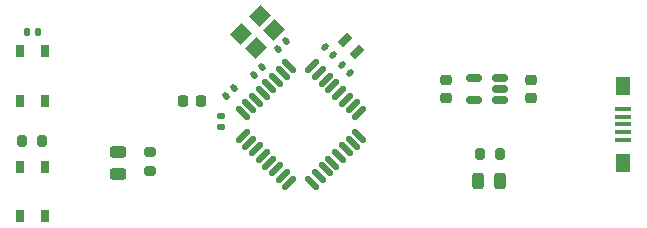
<source format=gtp>
G04 #@! TF.GenerationSoftware,KiCad,Pcbnew,(6.0.7-1)-1*
G04 #@! TF.CreationDate,2023-06-08T21:11:32-04:00*
G04 #@! TF.ProjectId,stm8l151k6t6_board,73746d38-6c31-4353-916b-3674365f626f,rev?*
G04 #@! TF.SameCoordinates,Original*
G04 #@! TF.FileFunction,Paste,Top*
G04 #@! TF.FilePolarity,Positive*
%FSLAX46Y46*%
G04 Gerber Fmt 4.6, Leading zero omitted, Abs format (unit mm)*
G04 Created by KiCad (PCBNEW (6.0.7-1)-1) date 2023-06-08 21:11:32*
%MOMM*%
%LPD*%
G01*
G04 APERTURE LIST*
G04 Aperture macros list*
%AMRoundRect*
0 Rectangle with rounded corners*
0 $1 Rounding radius*
0 $2 $3 $4 $5 $6 $7 $8 $9 X,Y pos of 4 corners*
0 Add a 4 corners polygon primitive as box body*
4,1,4,$2,$3,$4,$5,$6,$7,$8,$9,$2,$3,0*
0 Add four circle primitives for the rounded corners*
1,1,$1+$1,$2,$3*
1,1,$1+$1,$4,$5*
1,1,$1+$1,$6,$7*
1,1,$1+$1,$8,$9*
0 Add four rect primitives between the rounded corners*
20,1,$1+$1,$2,$3,$4,$5,0*
20,1,$1+$1,$4,$5,$6,$7,0*
20,1,$1+$1,$6,$7,$8,$9,0*
20,1,$1+$1,$8,$9,$2,$3,0*%
%AMRotRect*
0 Rectangle, with rotation*
0 The origin of the aperture is its center*
0 $1 length*
0 $2 width*
0 $3 Rotation angle, in degrees counterclockwise*
0 Add horizontal line*
21,1,$1,$2,0,0,$3*%
G04 Aperture macros list end*
%ADD10RoundRect,0.140000X-0.219203X-0.021213X-0.021213X-0.219203X0.219203X0.021213X0.021213X0.219203X0*%
%ADD11RoundRect,0.150000X0.512500X0.150000X-0.512500X0.150000X-0.512500X-0.150000X0.512500X-0.150000X0*%
%ADD12RoundRect,0.225000X0.225000X0.250000X-0.225000X0.250000X-0.225000X-0.250000X0.225000X-0.250000X0*%
%ADD13RotRect,1.400000X1.200000X225.000000*%
%ADD14RoundRect,0.140000X-0.140000X-0.170000X0.140000X-0.170000X0.140000X0.170000X-0.140000X0.170000X0*%
%ADD15RoundRect,0.140000X0.021213X-0.219203X0.219203X-0.021213X-0.021213X0.219203X-0.219203X0.021213X0*%
%ADD16RoundRect,0.200000X-0.200000X-0.275000X0.200000X-0.275000X0.200000X0.275000X-0.200000X0.275000X0*%
%ADD17RoundRect,0.200000X-0.275000X0.200000X-0.275000X-0.200000X0.275000X-0.200000X0.275000X0.200000X0*%
%ADD18R,1.350013X0.400000*%
%ADD19R,1.199898X1.600000*%
%ADD20RoundRect,0.125000X-0.530330X0.353553X0.353553X-0.530330X0.530330X-0.353553X-0.353553X0.530330X0*%
%ADD21RoundRect,0.125000X-0.530330X-0.353553X-0.353553X-0.530330X0.530330X0.353553X0.353553X0.530330X0*%
%ADD22RoundRect,0.225000X0.250000X-0.225000X0.250000X0.225000X-0.250000X0.225000X-0.250000X-0.225000X0*%
%ADD23RoundRect,0.140000X0.219203X0.021213X0.021213X0.219203X-0.219203X-0.021213X-0.021213X-0.219203X0*%
%ADD24R,0.700000X1.050013*%
%ADD25RoundRect,0.243750X-0.243750X-0.456250X0.243750X-0.456250X0.243750X0.456250X-0.243750X0.456250X0*%
%ADD26RotRect,0.600000X1.100000X135.000000*%
%ADD27RoundRect,0.140000X-0.170000X0.140000X-0.170000X-0.140000X0.170000X-0.140000X0.170000X0.140000X0*%
%ADD28RoundRect,0.225000X-0.250000X0.225000X-0.250000X-0.225000X0.250000X-0.225000X0.250000X0.225000X0*%
%ADD29RoundRect,0.140000X-0.021213X0.219203X-0.219203X0.021213X0.021213X-0.219203X0.219203X-0.021213X0*%
%ADD30RoundRect,0.243750X-0.456250X0.243750X-0.456250X-0.243750X0.456250X-0.243750X0.456250X0.243750X0*%
G04 APERTURE END LIST*
D10*
X131860589Y-93660589D03*
X132539411Y-94339411D03*
D11*
X145252486Y-96680672D03*
X145252486Y-95730672D03*
X145252486Y-94780672D03*
X142977486Y-94780672D03*
X142977486Y-96680672D03*
D12*
X119889986Y-96730672D03*
X118339986Y-96730672D03*
D13*
X124876777Y-89521142D03*
X123321142Y-91076777D03*
X124523223Y-92278858D03*
X126078858Y-90723223D03*
D14*
X105134986Y-90850000D03*
X106094986Y-90850000D03*
D15*
X122025575Y-96270083D03*
X122704397Y-95591261D03*
D16*
X104789986Y-100150000D03*
X106439986Y-100150000D03*
D17*
X115614986Y-101048172D03*
X115614986Y-102698172D03*
D18*
X155674956Y-100000675D03*
X155674956Y-99350433D03*
X155674956Y-98700192D03*
X155674956Y-98049951D03*
X155674956Y-97399709D03*
D19*
X155600026Y-101980608D03*
X155600026Y-95480736D03*
D15*
X126460589Y-92339411D03*
X127139411Y-91660589D03*
D20*
X127392714Y-93798602D03*
X126827029Y-94364288D03*
X126261343Y-94929973D03*
X125695658Y-95495658D03*
X125129972Y-96061344D03*
X124564287Y-96627029D03*
X123998602Y-97192715D03*
X123432916Y-97758400D03*
D21*
X123432916Y-99702944D03*
X123998602Y-100268629D03*
X124564287Y-100834315D03*
X125129972Y-101400000D03*
X125695658Y-101965686D03*
X126261343Y-102531371D03*
X126827029Y-103097056D03*
X127392714Y-103662742D03*
D20*
X129337258Y-103662742D03*
X129902943Y-103097056D03*
X130468629Y-102531371D03*
X131034314Y-101965686D03*
X131600000Y-101400000D03*
X132165685Y-100834315D03*
X132731370Y-100268629D03*
X133297056Y-99702944D03*
D21*
X133297056Y-97758400D03*
X132731370Y-97192715D03*
X132165685Y-96627029D03*
X131600000Y-96061344D03*
X131034314Y-95495658D03*
X130468629Y-94929973D03*
X129902943Y-94364288D03*
X129337258Y-93798602D03*
D22*
X140614986Y-96505672D03*
X140614986Y-94955672D03*
D23*
X131039411Y-92839411D03*
X130360589Y-92160589D03*
D24*
X104540056Y-106500076D03*
X104540056Y-102299924D03*
X106689916Y-106500076D03*
X106689916Y-102299924D03*
D25*
X143364986Y-103480672D03*
X145239986Y-103480672D03*
D26*
X133094975Y-92594975D03*
X132105025Y-91605025D03*
D27*
X121614986Y-98000672D03*
X121614986Y-98960672D03*
D28*
X147864986Y-94955672D03*
X147864986Y-96505672D03*
D16*
X143539986Y-101230672D03*
X145189986Y-101230672D03*
D24*
X106689916Y-92499924D03*
X106689916Y-96700076D03*
X104540056Y-92499924D03*
X104540056Y-96700076D03*
D29*
X125039411Y-93860589D03*
X124360589Y-94539411D03*
D30*
X112864986Y-101043172D03*
X112864986Y-102918172D03*
M02*

</source>
